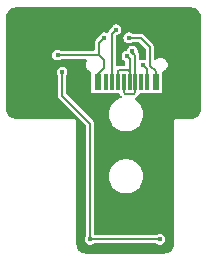
<source format=gbr>
%TF.GenerationSoftware,KiCad,Pcbnew,9.0.0*%
%TF.CreationDate,2025-08-30T20:52:42+01:00*%
%TF.ProjectId,030,3033302e-6b69-4636-9164-5f7063625858,rev?*%
%TF.SameCoordinates,Original*%
%TF.FileFunction,Copper,L2,Bot*%
%TF.FilePolarity,Positive*%
%FSLAX46Y46*%
G04 Gerber Fmt 4.6, Leading zero omitted, Abs format (unit mm)*
G04 Created by KiCad (PCBNEW 9.0.0) date 2025-08-30 20:52:42*
%MOMM*%
%LPD*%
G01*
G04 APERTURE LIST*
%TA.AperFunction,SMDPad,CuDef*%
%ADD10R,0.600000X1.450000*%
%TD*%
%TA.AperFunction,SMDPad,CuDef*%
%ADD11R,0.300000X1.450000*%
%TD*%
%TA.AperFunction,ComponentPad*%
%ADD12O,1.000000X1.600000*%
%TD*%
%TA.AperFunction,ComponentPad*%
%ADD13O,1.000000X2.100000*%
%TD*%
%TA.AperFunction,ViaPad*%
%ADD14C,0.400000*%
%TD*%
%TA.AperFunction,Conductor*%
%ADD15C,0.200000*%
%TD*%
%TA.AperFunction,Conductor*%
%ADD16C,0.250000*%
%TD*%
G04 APERTURE END LIST*
D10*
%TO.P,USB,A1*%
%TO.N,GND*%
X103051000Y-58909000D03*
%TO.P,USB,A4*%
%TO.N,+5V*%
X103851000Y-58909000D03*
D11*
%TO.P,USB,A5*%
%TO.N,Net-(J2-PadA5)*%
X105051000Y-58909000D03*
%TO.P,USB,A6*%
%TO.N,/D+*%
X106051000Y-58909000D03*
%TO.P,USB,A7*%
%TO.N,/D-*%
X106551000Y-58909000D03*
%TO.P,USB,A8*%
%TO.N,Net-(J2-PadA8)*%
X107551000Y-58909000D03*
D10*
%TO.P,USB,A9*%
%TO.N,+5V*%
X108751000Y-58909000D03*
%TO.P,USB,A12*%
%TO.N,GND*%
X109551000Y-58909000D03*
%TO.P,USB,B1*%
X109551000Y-58909000D03*
%TO.P,USB,B4*%
%TO.N,+5V*%
X108751000Y-58909000D03*
D11*
%TO.P,USB,B5*%
%TO.N,Net-(J2-PadB5)*%
X108051000Y-58909000D03*
%TO.P,USB,B6*%
%TO.N,/D+*%
X107051000Y-58909000D03*
%TO.P,USB,B7*%
%TO.N,/D-*%
X105551000Y-58909000D03*
%TO.P,USB,B8*%
%TO.N,Net-(J2-PadB8)*%
X104551000Y-58909000D03*
D10*
%TO.P,USB,B9*%
%TO.N,+5V*%
X103851000Y-58909000D03*
%TO.P,USB,B12*%
%TO.N,GND*%
X103051000Y-58909000D03*
D12*
%TO.P,USB,S1*%
X101981000Y-53814000D03*
D13*
X101981000Y-57994000D03*
D12*
X110621000Y-53814000D03*
D13*
X110621000Y-57994000D03*
%TD*%
D14*
%TO.N,+5V*%
X100459000Y-56642000D03*
X104390000Y-55160000D03*
X106490000Y-55170000D03*
%TO.N,/D+*%
X106784810Y-56285190D03*
%TO.N,/D-*%
X106325190Y-56744810D03*
%TO.N,Net-(J2-PadB5)*%
X107710000Y-57500000D03*
%TO.N,Net-(J2-PadA5)*%
X105412000Y-54483000D03*
%TO.N,/Annode*%
X109112000Y-72240000D03*
X103212000Y-72240000D03*
X100840000Y-58102500D03*
%TD*%
D15*
%TO.N,+5V*%
X108280000Y-57540000D02*
X108751000Y-58011000D01*
X103851000Y-58238998D02*
X103851000Y-58909000D01*
X103951500Y-56642000D02*
X103951500Y-55598500D01*
X108751000Y-58011000D02*
X108751000Y-58909000D01*
X106490000Y-55170000D02*
X107480000Y-55170000D01*
X108280000Y-55970000D02*
X108280000Y-57540000D01*
X103951500Y-55598500D02*
X104390000Y-55160000D01*
X100459000Y-56642000D02*
X103951500Y-56642000D01*
X104011001Y-58748999D02*
X103851000Y-58909000D01*
X103951500Y-56642000D02*
X104396000Y-57086500D01*
X107480000Y-55170000D02*
X108280000Y-55970000D01*
X104396000Y-57086500D02*
X104396000Y-57693998D01*
X104396000Y-57693998D02*
X103851000Y-58238998D01*
%TO.N,/D+*%
X106180999Y-59909001D02*
X106921001Y-59909001D01*
X106921001Y-59909001D02*
X107051000Y-59779002D01*
X106051000Y-58909000D02*
X106051000Y-59779002D01*
X106784810Y-56426611D02*
X107026000Y-56667801D01*
X107051000Y-59779002D02*
X107051000Y-58909000D01*
X107026000Y-58884000D02*
X107051000Y-58909000D01*
X106051000Y-59779002D02*
X106180999Y-59909001D01*
X106784810Y-56285190D02*
X106784810Y-56426611D01*
X107026000Y-56667801D02*
X107026000Y-58884000D01*
%TO.N,/D-*%
X105626001Y-57908999D02*
X106421001Y-57908999D01*
X105551000Y-58909000D02*
X105551000Y-57984000D01*
X106325190Y-56744810D02*
X106551000Y-56970620D01*
X105551000Y-57984000D02*
X105626001Y-57908999D01*
X106551000Y-56970620D02*
X106551000Y-58909000D01*
X106421001Y-57908999D02*
X106551000Y-58038998D01*
X106551000Y-58038998D02*
X106551000Y-58909000D01*
%TO.N,Net-(J2-PadB5)*%
X108051000Y-57851000D02*
X108051000Y-58909000D01*
D16*
X108051000Y-58909000D02*
X108051000Y-58773000D01*
D15*
X107710000Y-57500000D02*
X107710000Y-57510000D01*
X107710000Y-57510000D02*
X108051000Y-57851000D01*
%TO.N,Net-(J2-PadA5)*%
X105051000Y-58909000D02*
X105051000Y-54844000D01*
X105051000Y-54844000D02*
X105412000Y-54483000D01*
%TO.N,/Annode*%
X100840000Y-60071000D02*
X100840000Y-58102500D01*
X103212000Y-62443000D02*
X100840000Y-60071000D01*
X103212000Y-72240000D02*
X103212000Y-62443000D01*
X109112000Y-72240000D02*
X103212000Y-72240000D01*
%TD*%
%TA.AperFunction,Conductor*%
%TO.N,GND*%
G36*
X111806061Y-52601097D02*
G01*
X111816051Y-52602080D01*
X111943824Y-52614665D01*
X111967652Y-52619404D01*
X112094277Y-52657815D01*
X112116725Y-52667114D01*
X112233406Y-52729482D01*
X112253616Y-52742986D01*
X112355891Y-52826920D01*
X112373079Y-52844108D01*
X112457012Y-52946381D01*
X112470517Y-52966593D01*
X112532883Y-53083271D01*
X112542186Y-53105728D01*
X112580593Y-53232338D01*
X112585335Y-53256180D01*
X112598903Y-53393938D01*
X112599500Y-53406092D01*
X112599500Y-61223907D01*
X112598903Y-61236061D01*
X112585335Y-61373819D01*
X112580593Y-61397661D01*
X112542186Y-61524271D01*
X112532883Y-61546728D01*
X112470517Y-61663406D01*
X112457012Y-61683618D01*
X112373079Y-61785891D01*
X112355891Y-61803079D01*
X112253618Y-61887012D01*
X112233406Y-61900517D01*
X112116728Y-61962883D01*
X112094271Y-61972186D01*
X111967661Y-62010593D01*
X111943819Y-62015335D01*
X111806062Y-62028903D01*
X111793908Y-62029500D01*
X110452116Y-62029500D01*
X110378425Y-62060024D01*
X110322024Y-62116425D01*
X110291500Y-62190116D01*
X110291500Y-72643907D01*
X110290903Y-72656061D01*
X110277335Y-72793819D01*
X110272593Y-72817661D01*
X110234186Y-72944271D01*
X110224883Y-72966728D01*
X110162517Y-73083406D01*
X110149012Y-73103618D01*
X110065079Y-73205891D01*
X110047891Y-73223079D01*
X109945618Y-73307012D01*
X109925406Y-73320517D01*
X109808728Y-73382883D01*
X109786271Y-73392186D01*
X109659661Y-73430593D01*
X109635819Y-73435335D01*
X109498062Y-73448903D01*
X109485908Y-73449500D01*
X102862092Y-73449500D01*
X102849938Y-73448903D01*
X102712180Y-73435335D01*
X102688340Y-73430593D01*
X102561728Y-73392186D01*
X102539271Y-73382883D01*
X102422593Y-73320517D01*
X102402381Y-73307012D01*
X102300108Y-73223079D01*
X102282920Y-73205891D01*
X102198986Y-73103616D01*
X102185482Y-73083406D01*
X102123116Y-72966728D01*
X102113815Y-72944277D01*
X102075404Y-72817652D01*
X102070665Y-72793824D01*
X102057097Y-72656060D01*
X102056500Y-72643907D01*
X102056500Y-62190119D01*
X102056499Y-62190116D01*
X102028528Y-62122588D01*
X102025976Y-62116426D01*
X101969574Y-62060024D01*
X101895883Y-62029500D01*
X101895882Y-62029500D01*
X96906092Y-62029500D01*
X96893938Y-62028903D01*
X96756180Y-62015335D01*
X96732340Y-62010593D01*
X96605728Y-61972186D01*
X96583271Y-61962883D01*
X96466593Y-61900517D01*
X96446381Y-61887012D01*
X96344108Y-61803079D01*
X96326920Y-61785891D01*
X96242986Y-61683616D01*
X96229482Y-61663406D01*
X96222319Y-61650005D01*
X96167114Y-61546725D01*
X96157815Y-61524277D01*
X96119404Y-61397652D01*
X96114665Y-61373824D01*
X96101097Y-61236060D01*
X96100500Y-61223907D01*
X96100500Y-58102500D01*
X100384867Y-58102500D01*
X100403302Y-58230725D01*
X100457116Y-58348559D01*
X100457118Y-58348563D01*
X100459212Y-58350980D01*
X100460540Y-58353888D01*
X100461913Y-58356024D01*
X100461606Y-58356221D01*
X100488237Y-58414532D01*
X100489500Y-58432183D01*
X100489500Y-60117144D01*
X100508880Y-60189469D01*
X100513386Y-60206287D01*
X100513387Y-60206290D01*
X100559527Y-60286208D01*
X100559531Y-60286213D01*
X102825181Y-62551863D01*
X102858666Y-62613186D01*
X102861500Y-62639544D01*
X102861500Y-71910317D01*
X102841815Y-71977356D01*
X102831215Y-71991517D01*
X102829119Y-71993935D01*
X102829116Y-71993939D01*
X102775302Y-72111774D01*
X102756867Y-72240000D01*
X102775302Y-72368225D01*
X102829117Y-72486061D01*
X102829118Y-72486063D01*
X102913951Y-72583967D01*
X103022931Y-72654004D01*
X103029937Y-72656061D01*
X103147225Y-72690499D01*
X103147227Y-72690500D01*
X103147228Y-72690500D01*
X103276773Y-72690500D01*
X103276773Y-72690499D01*
X103373225Y-72662179D01*
X103401066Y-72654005D01*
X103401067Y-72654004D01*
X103401069Y-72654004D01*
X103401071Y-72654003D01*
X103469254Y-72610185D01*
X103536293Y-72590500D01*
X108787707Y-72590500D01*
X108854746Y-72610185D01*
X108922928Y-72654003D01*
X108922933Y-72654005D01*
X109047225Y-72690499D01*
X109047227Y-72690500D01*
X109047228Y-72690500D01*
X109176773Y-72690500D01*
X109176773Y-72690499D01*
X109301069Y-72654004D01*
X109410049Y-72583967D01*
X109494882Y-72486063D01*
X109548697Y-72368226D01*
X109567133Y-72240000D01*
X109548697Y-72111774D01*
X109494882Y-71993937D01*
X109410049Y-71896033D01*
X109301069Y-71825996D01*
X109301065Y-71825994D01*
X109301064Y-71825994D01*
X109176774Y-71789500D01*
X109176772Y-71789500D01*
X109047228Y-71789500D01*
X109047226Y-71789500D01*
X108922933Y-71825994D01*
X108922928Y-71825996D01*
X108854746Y-71869815D01*
X108787707Y-71889500D01*
X103686500Y-71889500D01*
X103619461Y-71869815D01*
X103573706Y-71817011D01*
X103562500Y-71765500D01*
X103562500Y-66899994D01*
X104794087Y-66899994D01*
X104794087Y-66900005D01*
X104813937Y-67139558D01*
X104872947Y-67372588D01*
X104969509Y-67592728D01*
X105001771Y-67642108D01*
X105100987Y-67793968D01*
X105263794Y-67970824D01*
X105453490Y-68118471D01*
X105664901Y-68232881D01*
X105664904Y-68232882D01*
X105892256Y-68310932D01*
X105892258Y-68310932D01*
X105892260Y-68310933D01*
X106129365Y-68350499D01*
X106129366Y-68350499D01*
X106369748Y-68350499D01*
X106369749Y-68350499D01*
X106606854Y-68310933D01*
X106834213Y-68232881D01*
X107045624Y-68118471D01*
X107235320Y-67970824D01*
X107398127Y-67793968D01*
X107529605Y-67592727D01*
X107626166Y-67372590D01*
X107685176Y-67139562D01*
X107705027Y-66900000D01*
X107685176Y-66660438D01*
X107626166Y-66427410D01*
X107529605Y-66207273D01*
X107398127Y-66006032D01*
X107235320Y-65829176D01*
X107235315Y-65829172D01*
X107235313Y-65829170D01*
X107045627Y-65681531D01*
X107045623Y-65681528D01*
X106834214Y-65567119D01*
X106834209Y-65567117D01*
X106606857Y-65489067D01*
X106429025Y-65459392D01*
X106369749Y-65449501D01*
X106129365Y-65449501D01*
X106081944Y-65457414D01*
X105892256Y-65489067D01*
X105664904Y-65567117D01*
X105664899Y-65567119D01*
X105453490Y-65681528D01*
X105453486Y-65681531D01*
X105263800Y-65829170D01*
X105263797Y-65829173D01*
X105100988Y-66006030D01*
X105100985Y-66006034D01*
X104969509Y-66207271D01*
X104872947Y-66427411D01*
X104813937Y-66660441D01*
X104794087Y-66899994D01*
X103562500Y-66899994D01*
X103562500Y-62396858D01*
X103562500Y-62396856D01*
X103538614Y-62307712D01*
X103492470Y-62227788D01*
X101226819Y-59962137D01*
X101193334Y-59900814D01*
X101190500Y-59874456D01*
X101190500Y-58432183D01*
X101210185Y-58365144D01*
X101220780Y-58350987D01*
X101222882Y-58348563D01*
X101276697Y-58230726D01*
X101295133Y-58102500D01*
X101276697Y-57974274D01*
X101222882Y-57856437D01*
X101138049Y-57758533D01*
X101029069Y-57688496D01*
X101029065Y-57688494D01*
X101029064Y-57688494D01*
X100904774Y-57652000D01*
X100904772Y-57652000D01*
X100775228Y-57652000D01*
X100775226Y-57652000D01*
X100650935Y-57688494D01*
X100650932Y-57688495D01*
X100650931Y-57688496D01*
X100599677Y-57721434D01*
X100541950Y-57758533D01*
X100457118Y-57856437D01*
X100457117Y-57856438D01*
X100403302Y-57974274D01*
X100384867Y-58102500D01*
X96100500Y-58102500D01*
X96100500Y-56642000D01*
X100003867Y-56642000D01*
X100022302Y-56770225D01*
X100068457Y-56871288D01*
X100076118Y-56888063D01*
X100160951Y-56985967D01*
X100269931Y-57056004D01*
X100394225Y-57092499D01*
X100394227Y-57092500D01*
X100394228Y-57092500D01*
X100523773Y-57092500D01*
X100523773Y-57092499D01*
X100648069Y-57056004D01*
X100648071Y-57056003D01*
X100716254Y-57012185D01*
X100783293Y-56992500D01*
X102803916Y-56992500D01*
X102870955Y-57012185D01*
X102916710Y-57064989D01*
X102926654Y-57134147D01*
X102911303Y-57178498D01*
X102900653Y-57196946D01*
X102874719Y-57241864D01*
X102874719Y-57241865D01*
X102835500Y-57388234D01*
X102835500Y-57539766D01*
X102841672Y-57562800D01*
X102874719Y-57686136D01*
X102876082Y-57688496D01*
X102950485Y-57817365D01*
X103057635Y-57924515D01*
X103188865Y-58000281D01*
X103212703Y-58006668D01*
X103272364Y-58043032D01*
X103302894Y-58105879D01*
X103302229Y-58150632D01*
X103300500Y-58159325D01*
X103300500Y-59658678D01*
X103315032Y-59731735D01*
X103315033Y-59731739D01*
X103315034Y-59731740D01*
X103370399Y-59814601D01*
X103425999Y-59851751D01*
X103453260Y-59869966D01*
X103453264Y-59869967D01*
X103526321Y-59884499D01*
X103526324Y-59884500D01*
X103526326Y-59884500D01*
X104175676Y-59884500D01*
X104251808Y-59869356D01*
X104300192Y-59869356D01*
X104376323Y-59884500D01*
X104376326Y-59884500D01*
X104725674Y-59884500D01*
X104776811Y-59874328D01*
X104825189Y-59874328D01*
X104876326Y-59884500D01*
X105225674Y-59884500D01*
X105276811Y-59874328D01*
X105325189Y-59874328D01*
X105376326Y-59884500D01*
X105635595Y-59884500D01*
X105702634Y-59904185D01*
X105742981Y-59946498D01*
X105752010Y-59962137D01*
X105770531Y-59994215D01*
X105844078Y-60067761D01*
X105877563Y-60129084D01*
X105872579Y-60198776D01*
X105830708Y-60254710D01*
X105796660Y-60272724D01*
X105667348Y-60317117D01*
X105667342Y-60317119D01*
X105455933Y-60431528D01*
X105455929Y-60431531D01*
X105266243Y-60579170D01*
X105266240Y-60579173D01*
X105103431Y-60756030D01*
X105103428Y-60756034D01*
X104971952Y-60957271D01*
X104875390Y-61177411D01*
X104816380Y-61410441D01*
X104796530Y-61649994D01*
X104796530Y-61650005D01*
X104816380Y-61889558D01*
X104875390Y-62122588D01*
X104971952Y-62342728D01*
X105029297Y-62430500D01*
X105103430Y-62543968D01*
X105266237Y-62720824D01*
X105455933Y-62868471D01*
X105667344Y-62982881D01*
X105667347Y-62982882D01*
X105894699Y-63060932D01*
X105894701Y-63060932D01*
X105894703Y-63060933D01*
X106131808Y-63100499D01*
X106131809Y-63100499D01*
X106372191Y-63100499D01*
X106372192Y-63100499D01*
X106609297Y-63060933D01*
X106836656Y-62982881D01*
X107048067Y-62868471D01*
X107237763Y-62720824D01*
X107400570Y-62543968D01*
X107532048Y-62342727D01*
X107628609Y-62122590D01*
X107687619Y-61889562D01*
X107704087Y-61690832D01*
X107707470Y-61650005D01*
X107707470Y-61649994D01*
X107687619Y-61410441D01*
X107687619Y-61410438D01*
X107628609Y-61177410D01*
X107532048Y-60957273D01*
X107400570Y-60756032D01*
X107237763Y-60579176D01*
X107237758Y-60579172D01*
X107237756Y-60579170D01*
X107052416Y-60434914D01*
X107011603Y-60378204D01*
X107007928Y-60308431D01*
X107042560Y-60247748D01*
X107066574Y-60229676D01*
X107136213Y-60189471D01*
X107331469Y-59994214D01*
X107359018Y-59946499D01*
X107359019Y-59946498D01*
X107409587Y-59898283D01*
X107466405Y-59884500D01*
X107725674Y-59884500D01*
X107776811Y-59874328D01*
X107825189Y-59874328D01*
X107876326Y-59884500D01*
X108225676Y-59884500D01*
X108301808Y-59869356D01*
X108350192Y-59869356D01*
X108426323Y-59884500D01*
X108426326Y-59884500D01*
X109075676Y-59884500D01*
X109075677Y-59884499D01*
X109148740Y-59869966D01*
X109231601Y-59814601D01*
X109286966Y-59731740D01*
X109301500Y-59658674D01*
X109301500Y-58159326D01*
X109299772Y-58150639D01*
X109305996Y-58081048D01*
X109348856Y-58025869D01*
X109389293Y-58006669D01*
X109413135Y-58000281D01*
X109544365Y-57924515D01*
X109651515Y-57817365D01*
X109727281Y-57686135D01*
X109766500Y-57539766D01*
X109766500Y-57388234D01*
X109727281Y-57241865D01*
X109651515Y-57110635D01*
X109544365Y-57003485D01*
X109473826Y-56962759D01*
X109413136Y-56927719D01*
X109339950Y-56908109D01*
X109266766Y-56888500D01*
X109115234Y-56888500D01*
X108968863Y-56927719D01*
X108837635Y-57003485D01*
X108831189Y-57008432D01*
X108829301Y-57005971D01*
X108780858Y-57032424D01*
X108711166Y-57027440D01*
X108655233Y-56985568D01*
X108630816Y-56920104D01*
X108630500Y-56911258D01*
X108630500Y-55923858D01*
X108630500Y-55923856D01*
X108606614Y-55834712D01*
X108606606Y-55834694D01*
X108606356Y-55834266D01*
X108560470Y-55754788D01*
X107695212Y-54889530D01*
X107695211Y-54889529D01*
X107695208Y-54889527D01*
X107615290Y-54843387D01*
X107615289Y-54843386D01*
X107615288Y-54843386D01*
X107526144Y-54819500D01*
X107526143Y-54819500D01*
X106814293Y-54819500D01*
X106747254Y-54799815D01*
X106679071Y-54755996D01*
X106679066Y-54755994D01*
X106554774Y-54719500D01*
X106554772Y-54719500D01*
X106425228Y-54719500D01*
X106425226Y-54719500D01*
X106300935Y-54755994D01*
X106300932Y-54755995D01*
X106300931Y-54755996D01*
X106249677Y-54788934D01*
X106191950Y-54826033D01*
X106107118Y-54923937D01*
X106107117Y-54923938D01*
X106053302Y-55041774D01*
X106034867Y-55170000D01*
X106053302Y-55298225D01*
X106092150Y-55383288D01*
X106107118Y-55416063D01*
X106191951Y-55513967D01*
X106300931Y-55584004D01*
X106425225Y-55620499D01*
X106425227Y-55620500D01*
X106425228Y-55620500D01*
X106554773Y-55620500D01*
X106554773Y-55620499D01*
X106651225Y-55592179D01*
X106679066Y-55584005D01*
X106679067Y-55584004D01*
X106679069Y-55584004D01*
X106679071Y-55584003D01*
X106747254Y-55540185D01*
X106814293Y-55520500D01*
X107283456Y-55520500D01*
X107350495Y-55540185D01*
X107371137Y-55556819D01*
X107893181Y-56078863D01*
X107926666Y-56140186D01*
X107929500Y-56166544D01*
X107929500Y-56929287D01*
X107909815Y-56996326D01*
X107857011Y-57042081D01*
X107787853Y-57052025D01*
X107779106Y-57050122D01*
X107774774Y-57049500D01*
X107774772Y-57049500D01*
X107645228Y-57049500D01*
X107535433Y-57081737D01*
X107465563Y-57081736D01*
X107406786Y-57043960D01*
X107377762Y-56980404D01*
X107376500Y-56962759D01*
X107376500Y-56621659D01*
X107376500Y-56621657D01*
X107352614Y-56532513D01*
X107352613Y-56532512D01*
X107352613Y-56532510D01*
X107333120Y-56498749D01*
X107333120Y-56498748D01*
X107333119Y-56498747D01*
X107306470Y-56452589D01*
X107271153Y-56417272D01*
X107237668Y-56355949D01*
X107236096Y-56311943D01*
X107238096Y-56298033D01*
X107239943Y-56285190D01*
X107221507Y-56156964D01*
X107167692Y-56039127D01*
X107082859Y-55941223D01*
X106973879Y-55871186D01*
X106973875Y-55871184D01*
X106973874Y-55871184D01*
X106849584Y-55834690D01*
X106849582Y-55834690D01*
X106720038Y-55834690D01*
X106720036Y-55834690D01*
X106595745Y-55871184D01*
X106595742Y-55871185D01*
X106595741Y-55871186D01*
X106544487Y-55904124D01*
X106486760Y-55941223D01*
X106401928Y-56039127D01*
X106401927Y-56039128D01*
X106348113Y-56156964D01*
X106342701Y-56194602D01*
X106313675Y-56258157D01*
X106254897Y-56295930D01*
X106136125Y-56330803D01*
X106027140Y-56400843D01*
X105942308Y-56498747D01*
X105942307Y-56498748D01*
X105888492Y-56616584D01*
X105870057Y-56744810D01*
X105888492Y-56873035D01*
X105937527Y-56980404D01*
X105942308Y-56990873D01*
X106027141Y-57088777D01*
X106131794Y-57156033D01*
X106143539Y-57163581D01*
X106189294Y-57216385D01*
X106200500Y-57267897D01*
X106200500Y-57434499D01*
X106180815Y-57501538D01*
X106128011Y-57547293D01*
X106076500Y-57558499D01*
X105579857Y-57558499D01*
X105557590Y-57564465D01*
X105487740Y-57562800D01*
X105429879Y-57523636D01*
X105402376Y-57459406D01*
X105401500Y-57444689D01*
X105401500Y-55048427D01*
X105421185Y-54981388D01*
X105473989Y-54935633D01*
X105490566Y-54929450D01*
X105521845Y-54920265D01*
X105601069Y-54897004D01*
X105710049Y-54826967D01*
X105794882Y-54729063D01*
X105848697Y-54611226D01*
X105867133Y-54483000D01*
X105848697Y-54354774D01*
X105794882Y-54236937D01*
X105710049Y-54139033D01*
X105601069Y-54068996D01*
X105601065Y-54068994D01*
X105601064Y-54068994D01*
X105476774Y-54032500D01*
X105476772Y-54032500D01*
X105347228Y-54032500D01*
X105347226Y-54032500D01*
X105222935Y-54068994D01*
X105222932Y-54068995D01*
X105222931Y-54068996D01*
X105171677Y-54101934D01*
X105113950Y-54139033D01*
X105029118Y-54236937D01*
X105029117Y-54236938D01*
X104975303Y-54354772D01*
X104975302Y-54354777D01*
X104969549Y-54394791D01*
X104940523Y-54458346D01*
X104934493Y-54464824D01*
X104770528Y-54628790D01*
X104770527Y-54628791D01*
X104734273Y-54691587D01*
X104733376Y-54693141D01*
X104682796Y-54741343D01*
X104614185Y-54754547D01*
X104587873Y-54747492D01*
X104587579Y-54748494D01*
X104454774Y-54709500D01*
X104454772Y-54709500D01*
X104325228Y-54709500D01*
X104325226Y-54709500D01*
X104200935Y-54745994D01*
X104200932Y-54745995D01*
X104200931Y-54745996D01*
X104185374Y-54755994D01*
X104091950Y-54816033D01*
X104007118Y-54913937D01*
X104007117Y-54913938D01*
X103953303Y-55031772D01*
X103953302Y-55031777D01*
X103947549Y-55071791D01*
X103918523Y-55135346D01*
X103912493Y-55141824D01*
X103671030Y-55383288D01*
X103634191Y-55447095D01*
X103634190Y-55447095D01*
X103624887Y-55463209D01*
X103624886Y-55463212D01*
X103601000Y-55552356D01*
X103601000Y-56167500D01*
X103581315Y-56234539D01*
X103528511Y-56280294D01*
X103477000Y-56291500D01*
X100783293Y-56291500D01*
X100716254Y-56271815D01*
X100648071Y-56227996D01*
X100648066Y-56227994D01*
X100523774Y-56191500D01*
X100523772Y-56191500D01*
X100394228Y-56191500D01*
X100394226Y-56191500D01*
X100269935Y-56227994D01*
X100269932Y-56227995D01*
X100269931Y-56227996D01*
X100218677Y-56260934D01*
X100160950Y-56298033D01*
X100076118Y-56395937D01*
X100076117Y-56395938D01*
X100022302Y-56513774D01*
X100003867Y-56642000D01*
X96100500Y-56642000D01*
X96100500Y-53406092D01*
X96101097Y-53393939D01*
X96109805Y-53305519D01*
X96114665Y-53256173D01*
X96119403Y-53232349D01*
X96157816Y-53105719D01*
X96167113Y-53083278D01*
X96229485Y-52966587D01*
X96242982Y-52946387D01*
X96326924Y-52844103D01*
X96344103Y-52826924D01*
X96446387Y-52742982D01*
X96466587Y-52729485D01*
X96583278Y-52667113D01*
X96605719Y-52657816D01*
X96732349Y-52619403D01*
X96756173Y-52614665D01*
X96885170Y-52601960D01*
X96893939Y-52601097D01*
X96906092Y-52600500D01*
X96939882Y-52600500D01*
X111760118Y-52600500D01*
X111793908Y-52600500D01*
X111806061Y-52601097D01*
G37*
%TD.AperFunction*%
%TD*%
M02*

</source>
